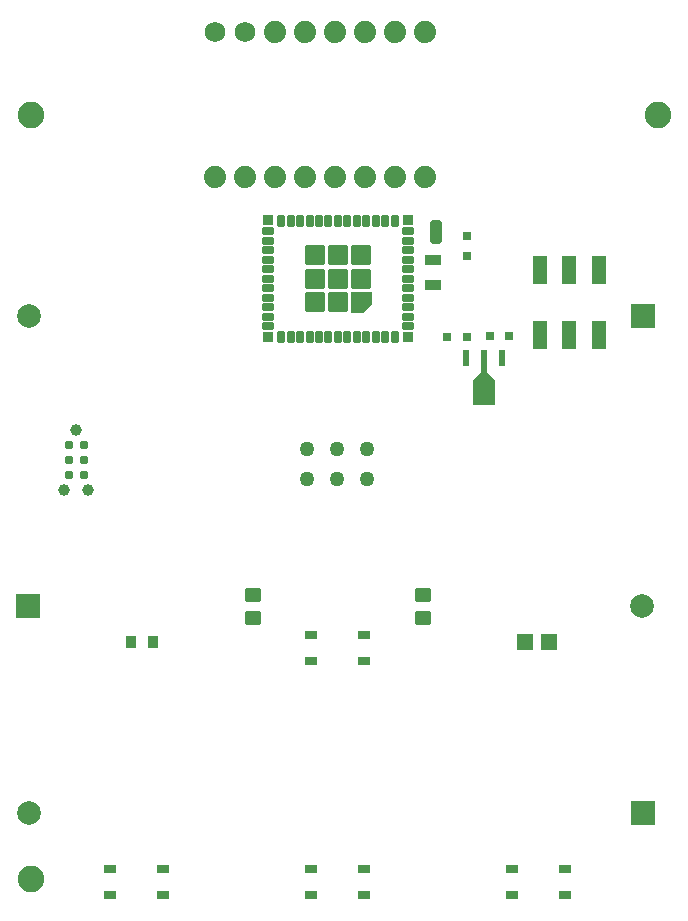
<source format=gts>
G04 #@! TF.GenerationSoftware,KiCad,Pcbnew,8.99.0-unknown-bf16f757ed~178~ubuntu22.04.1*
G04 #@! TF.CreationDate,2024-04-23T09:45:43-07:00*
G04 #@! TF.ProjectId,rps_v4.0.0,7270735f-7634-42e3-902e-302e6b696361,rev?*
G04 #@! TF.SameCoordinates,PX6b4f310PY82524e0*
G04 #@! TF.FileFunction,Soldermask,Top*
G04 #@! TF.FilePolarity,Negative*
%FSLAX46Y46*%
G04 Gerber Fmt 4.6, Leading zero omitted, Abs format (unit mm)*
G04 Created by KiCad (PCBNEW 8.99.0-unknown-bf16f757ed~178~ubuntu22.04.1) date 2024-04-23 09:45:43*
%MOMM*%
%LPD*%
G01*
G04 APERTURE LIST*
G04 Aperture macros list*
%AMRoundRect*
0 Rectangle with rounded corners*
0 $1 Rounding radius*
0 $2 $3 $4 $5 $6 $7 $8 $9 X,Y pos of 4 corners*
0 Add a 4 corners polygon primitive as box body*
4,1,4,$2,$3,$4,$5,$6,$7,$8,$9,$2,$3,0*
0 Add four circle primitives for the rounded corners*
1,1,$1+$1,$2,$3*
1,1,$1+$1,$4,$5*
1,1,$1+$1,$6,$7*
1,1,$1+$1,$8,$9*
0 Add four rect primitives between the rounded corners*
20,1,$1+$1,$2,$3,$4,$5,0*
20,1,$1+$1,$4,$5,$6,$7,0*
20,1,$1+$1,$6,$7,$8,$9,0*
20,1,$1+$1,$8,$9,$2,$3,0*%
G04 Aperture macros list end*
%ADD10C,0.010000*%
%ADD11C,0.000000*%
%ADD12R,2.000000X2.000000*%
%ADD13C,2.000000*%
%ADD14RoundRect,0.250000X-0.450000X0.350000X-0.450000X-0.350000X0.450000X-0.350000X0.450000X0.350000X0*%
%ADD15R,0.863600X1.092200*%
%ADD16C,1.879600*%
%ADD17C,1.727200*%
%ADD18R,1.193800X2.489200*%
%ADD19R,0.990600X0.711200*%
%ADD20C,2.250000*%
%ADD21R,0.655600X0.800000*%
%ADD22R,1.346200X0.900000*%
%ADD23RoundRect,0.102000X0.600000X0.600000X-0.600000X0.600000X-0.600000X-0.600000X0.600000X-0.600000X0*%
%ADD24C,1.270000*%
%ADD25R,0.800000X0.655600*%
%ADD26RoundRect,0.250000X0.450000X-0.350000X0.450000X0.350000X-0.450000X0.350000X-0.450000X-0.350000X0*%
%ADD27RoundRect,0.102000X0.400000X0.200000X-0.400000X0.200000X-0.400000X-0.200000X0.400000X-0.200000X0*%
%ADD28RoundRect,0.102000X0.200000X0.400000X-0.200000X0.400000X-0.200000X-0.400000X0.200000X-0.400000X0*%
%ADD29RoundRect,0.102000X0.725000X0.725000X-0.725000X0.725000X-0.725000X-0.725000X0.725000X-0.725000X0*%
%ADD30RoundRect,0.102000X0.350000X0.350000X-0.350000X0.350000X-0.350000X-0.350000X0.350000X-0.350000X0*%
%ADD31R,0.482600X1.422400*%
%ADD32R,0.558800X1.422400*%
%ADD33RoundRect,0.250000X-0.250000X-0.750000X0.250000X-0.750000X0.250000X0.750000X-0.250000X0.750000X0*%
%ADD34C,0.990600*%
%ADD35C,0.787400*%
G04 APERTURE END LIST*
D10*
X33845000Y53562000D02*
X33185000Y52902000D01*
X32195000Y52902000D01*
X32195000Y54552000D01*
X33845000Y54552000D01*
X33845000Y53562000D01*
G36*
X33845000Y53562000D02*
G01*
X33185000Y52902000D01*
X32195000Y52902000D01*
X32195000Y54552000D01*
X33845000Y54552000D01*
X33845000Y53562000D01*
G37*
D11*
G36*
X43713400Y47772800D02*
G01*
X44348400Y47137800D01*
X44348400Y45029600D01*
X42519600Y45029600D01*
X42519600Y47137800D01*
X43154600Y47772800D01*
X43154600Y48290000D01*
X43713400Y48290000D01*
X43713400Y47772800D01*
G37*
D12*
X4826000Y27980975D03*
D13*
X56816000Y27980975D03*
D14*
X38252400Y28965400D03*
X38252400Y26965400D03*
D15*
X13550900Y24932975D03*
X15405100Y24932975D03*
D16*
X20604800Y64314200D03*
X23144800Y64314200D03*
X25684800Y64314200D03*
X28224800Y64314200D03*
X30764800Y64314200D03*
X33304800Y64314200D03*
X35844800Y64314200D03*
X38384800Y64314200D03*
X38384800Y76554200D03*
X35844800Y76554200D03*
X33304800Y76554200D03*
X30764800Y76554200D03*
X28224800Y76554200D03*
X25684800Y76554200D03*
D17*
X23144800Y76554200D03*
X20604800Y76554200D03*
D18*
X48147600Y50929875D03*
X50647600Y50929875D03*
X53147600Y50929875D03*
X53147600Y56441675D03*
X50647600Y56441675D03*
X48147600Y56441675D03*
D19*
X11719999Y5687974D03*
X16220001Y5687974D03*
X11719999Y3537976D03*
X16220001Y3537976D03*
D20*
X5080000Y4866975D03*
D19*
X28737999Y5687974D03*
X33238001Y5687974D03*
X28737999Y3537976D03*
X33238001Y3537976D03*
D21*
X40320200Y50800000D03*
X41975800Y50800000D03*
D22*
X39116000Y57308750D03*
X39116000Y55187850D03*
D23*
X46854400Y24917400D03*
X48954400Y24917400D03*
D19*
X45755999Y5687974D03*
X50256001Y5687974D03*
X45755999Y3537976D03*
X50256001Y3537976D03*
D20*
X58166000Y69596000D03*
D24*
X28448000Y41315975D03*
X28448000Y38775975D03*
X30988000Y41315975D03*
X30988000Y38775975D03*
X33528000Y41315975D03*
X33528000Y38775975D03*
D25*
X41960800Y59312200D03*
X41960800Y57656600D03*
D26*
X23876000Y26940000D03*
X23876000Y28940000D03*
D21*
X45557200Y50825400D03*
X43901600Y50825400D03*
D27*
X36945000Y51702000D03*
X36945000Y52502000D03*
X36945000Y53302000D03*
X36945000Y54102000D03*
X36945000Y54902000D03*
X36945000Y55702000D03*
X36945000Y56502000D03*
X36945000Y57302000D03*
X36945000Y58102000D03*
X36945000Y58902000D03*
X36945000Y59702000D03*
D28*
X35845000Y60602000D03*
X35045000Y60602000D03*
X34245000Y60602000D03*
X33445000Y60602000D03*
X32645000Y60602000D03*
X31845000Y60602000D03*
X31045000Y60602000D03*
X30245000Y60602000D03*
X29445000Y60602000D03*
X28645000Y60602000D03*
X27845000Y60602000D03*
X27045000Y60602000D03*
X26245000Y60602000D03*
D27*
X25145000Y59702000D03*
X25145000Y58902000D03*
X25145000Y58102000D03*
X25145000Y57302000D03*
X25145000Y56502000D03*
X25145000Y55702000D03*
X25145000Y54902000D03*
X25145000Y54102000D03*
X25145000Y53302000D03*
X25145000Y52502000D03*
X25145000Y51702000D03*
D28*
X26245000Y50802000D03*
X27045000Y50802000D03*
X27845000Y50802000D03*
X28645000Y50802000D03*
X29445000Y50802000D03*
X30245000Y50802000D03*
X31045000Y50802000D03*
X31845000Y50802000D03*
X32645000Y50802000D03*
X33445000Y50802000D03*
X34245000Y50802000D03*
X35045000Y50802000D03*
X35845000Y50802000D03*
D29*
X31045000Y53727000D03*
X29070000Y53727000D03*
X29070000Y55702000D03*
X29070000Y57677000D03*
X31045000Y57677000D03*
X33020000Y57677000D03*
X33020000Y55702000D03*
X31045000Y55702000D03*
D30*
X25095000Y50752000D03*
X25095000Y60652000D03*
X36995000Y60652000D03*
X36995000Y50752000D03*
D20*
X5080000Y69596000D03*
D31*
X44934000Y49001200D03*
D32*
X43434000Y49001200D03*
D31*
X41934000Y49001200D03*
D33*
X39370000Y59690000D03*
D19*
X28737999Y25499974D03*
X33238001Y25499974D03*
X28737999Y23349976D03*
X33238001Y23349976D03*
D34*
X8890000Y42926000D03*
X9906000Y37846000D03*
X7874000Y37846000D03*
D35*
X8255000Y41656000D03*
X9525000Y41656000D03*
X8255000Y40386000D03*
X9525000Y40386000D03*
X8255000Y39116000D03*
X9525000Y39116000D03*
D12*
X56896000Y10454975D03*
D13*
X4906000Y10454975D03*
D12*
X56896000Y52578000D03*
D13*
X4906000Y52578000D03*
M02*

</source>
